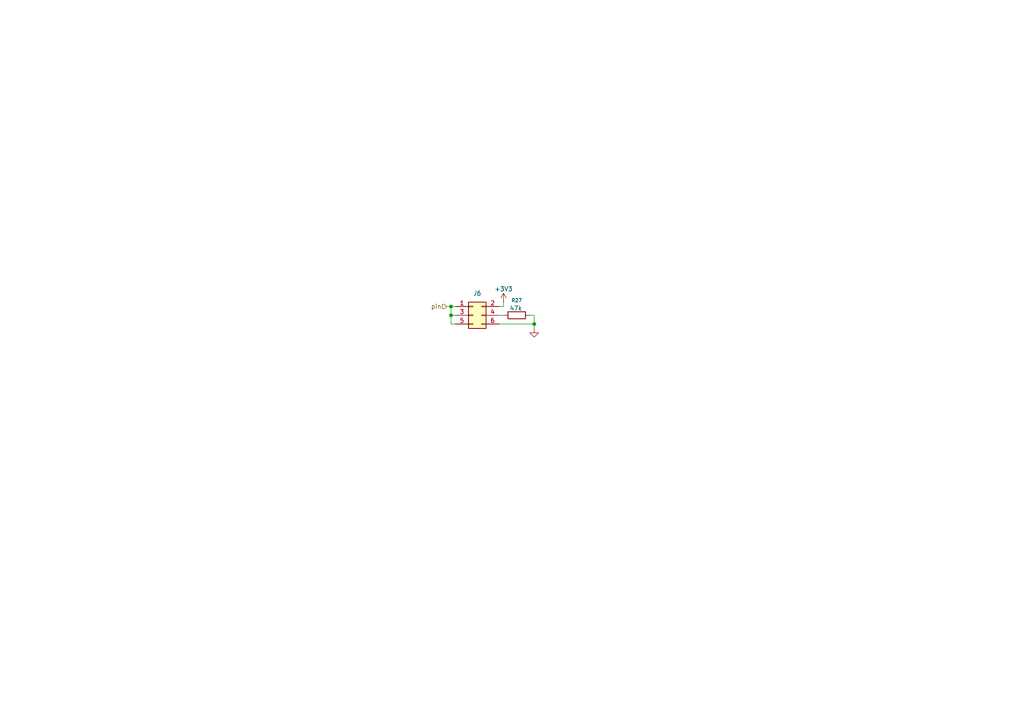
<source format=kicad_sch>
(kicad_sch (version 20250114) (generator "eeschema") (generator_version "9.0")
  (paper "A4")
  (lib_symbols
    (symbol "Connector_Generic:Conn_02x03_Odd_Even" (pin_names (offset 1.016) (hide yes))
      (property "Reference" "J" (at 1.27 5.08 0))
      (property "Value" "Conn_02x03_Odd_Even" (at 1.27 -5.08 0))
      (symbol "Conn_02x03_Odd_Even_1_1"
        (rectangle (start -1.27 3.81) (end 3.81 -3.81) (stroke (width 0.254)) (fill (type background)))
        (rectangle (start -1.27 2.667) (end 0 2.413) (stroke (width 0.1524)))
        (rectangle (start -1.27 0.127) (end 0 -0.127) (stroke (width 0.1524)))
        (rectangle (start -1.27 -2.413) (end 0 -2.667) (stroke (width 0.1524)))
        (rectangle (start 3.81 2.667) (end 2.54 2.413) (stroke (width 0.1524)))
        (rectangle (start 3.81 0.127) (end 2.54 -0.127) (stroke (width 0.1524)))
        (rectangle (start 3.81 -2.413) (end 2.54 -2.667) (stroke (width 0.1524)))
        (pin passive line (at -5.08 2.54 0) (length 3.81) (name "Pin_1") (number "1"))
        (pin passive line (at -5.08 0 0) (length 3.81) (name "Pin_3") (number "3"))
        (pin passive line (at -5.08 -2.54 0) (length 3.81) (name "Pin_5") (number "5"))
        (pin passive line (at 7.62 2.54 180) (length 3.81) (name "Pin_2") (number "2"))
        (pin passive line (at 7.62 0 180) (length 3.81) (name "Pin_4") (number "4"))
        (pin passive line (at 7.62 -2.54 180) (length 3.81) (name "Pin_6") (number "6"))
      )
    )
    (symbol "Device:R" (pin_numbers (hide yes)) (pin_names (offset 0))
      (property "Reference" "R" (at 2.032 0 90))
      (property "Value" "R" (at 0 0 90))
      (symbol "R_0_1"
        (rectangle (start -1.016 -2.54) (end 1.016 2.54) (stroke (width 0.254)))
      )
      (symbol "R_1_1"
        (pin passive line (at 0 3.81 270) (length 1.27) (name "~") (number "1"))
        (pin passive line (at 0 -3.81 90) (length 1.27) (name "~") (number "2"))
      )
    )
    (symbol "power:+3V3" (power) (pin_numbers (hide yes)) (pin_names (offset 0) (hide yes))
      (property "Value" "+3V3" (at 0 3.556 0))
      (symbol "+3V3_0_1"
        (polyline (pts (xy -0.762 1.27) (xy 0 2.54)))
        (polyline (pts (xy 0 2.54) (xy 0.762 1.27)))
        (polyline (pts (xy 0 0) (xy 0 2.54)))
      )
      (symbol "+3V3_1_1"
        (pin power_in line (at 0 0 90) (length 0) (name "~") (number "1"))
      )
    )
    (symbol "power:GND" (power) (pin_numbers (hide yes)) (pin_names (offset 0) (hide yes))
      (property "Value" "GND" (at 0 -3.81 0))
      (symbol "GND_0_1"
        (polyline (pts (xy 0 0) (xy 0 -1.27) (xy 1.27 -1.27) (xy 0 -2.54) (xy -1.27 -1.27) (xy 0 -1.27)))
      )
      (symbol "GND_1_1"
        (pin power_in line (at 0 0 270) (length 0) (name "~") (number "1"))
      )
    )
  )
  (junction (at 154.94 93.98))
  (junction (at 130.81 88.9))
  (junction (at 130.81 91.44))
  (wire (pts (xy 154.94 93.98) (xy 154.94 95.25)))
  (wire (pts (xy 146.05 87.63) (xy 146.05 88.9)))
  (wire (pts (xy 146.05 88.9) (xy 144.78 88.9)))
  (wire (pts (xy 129.54 88.9) (xy 130.81 88.9)))
  (wire (pts (xy 130.81 93.98) (xy 132.08 93.98)))
  (wire (pts (xy 130.81 91.44) (xy 132.08 91.44)))
  (wire (pts (xy 130.81 88.9) (xy 130.81 91.44)))
  (wire (pts (xy 130.81 88.9) (xy 132.08 88.9)))
  (wire (pts (xy 144.78 93.98) (xy 154.94 93.98)))
  (wire (pts (xy 154.94 91.44) (xy 153.67 91.44)))
  (wire (pts (xy 146.05 91.44) (xy 144.78 91.44)))
  (wire (pts (xy 130.81 91.44) (xy 130.81 93.98)))
  (wire (pts (xy 154.94 91.44) (xy 154.94 93.98)))
  (hierarchical_label "pin" (shape input) (at 129.54 88.9 180))
  (symbol (lib_id "Connector_Generic:Conn_02x03_Odd_Even") (at 137.16 91.44 0) (unit 1)
    (property "Reference" "J4" (at 138.43 85.09 0))
    (property "Value" "Conn_02x03_Odd_Even" (effects (hide yes)))
    (property "Description" "Generic connector, double row, 02x03, odd/even pin numbering scheme (row 1 odd numbers, row 2 even numbers), script generated (kicad-library-utils/schlib/autogen/connector/)" (effects (hide yes)))
    (instances (project "stm32f1-battery-poc" (path "" (reference "J6") (unit 1)) (path "" (reference "J5") (unit 1)) (path "" (reference "J4") (unit 1))))
  )
  (symbol (lib_id "Device:R") (at 149.86 91.44 90) (unit 1)
    (property "Reference" "R25" (at 149.86 87.122 90) (effects (font (size 1.016 1.016))))
    (property "Value" "47k" (at 149.606 89.408 90))
    (property "Description" "Resistor" (effects (hide yes)))
    (instances (project "stm32f1-battery-poc" (path "" (reference "R27") (unit 1)) (path "" (reference "R26") (unit 1)) (path "" (reference "R25") (unit 1))))
  )
  (symbol (lib_id "power:+3V3") (at 146.05 87.63 0) (unit 1)
    (property "Reference" "#PWR055" (effects (hide yes)))
    (property "Value" "+3V3" (at 146.05 83.82 0))
    (property "Description" "Power symbol creates a global label with name \"+3V3\"" (effects (hide yes)))
    (instances (project "stm32f1-battery-poc" (path "" (reference "#PWR058") (unit 1)) (path "" (reference "#PWR054") (unit 1)) (path "" (reference "#PWR055") (unit 1))))
  )
  (symbol (lib_id "power:GND") (at 154.94 95.25 0) (unit 1)
    (property "Reference" "#PWR056" (effects (hide yes)))
    (property "Value" "GND" (effects (hide yes)))
    (property "Description" "Power symbol creates a global label with name \"GND\" , ground" (effects (hide yes)))
    (instances (project "stm32f1-battery-poc" (path "" (reference "#PWR059") (unit 1)) (path "" (reference "#PWR057") (unit 1)) (path "" (reference "#PWR056") (unit 1))))
  )
)
</source>
